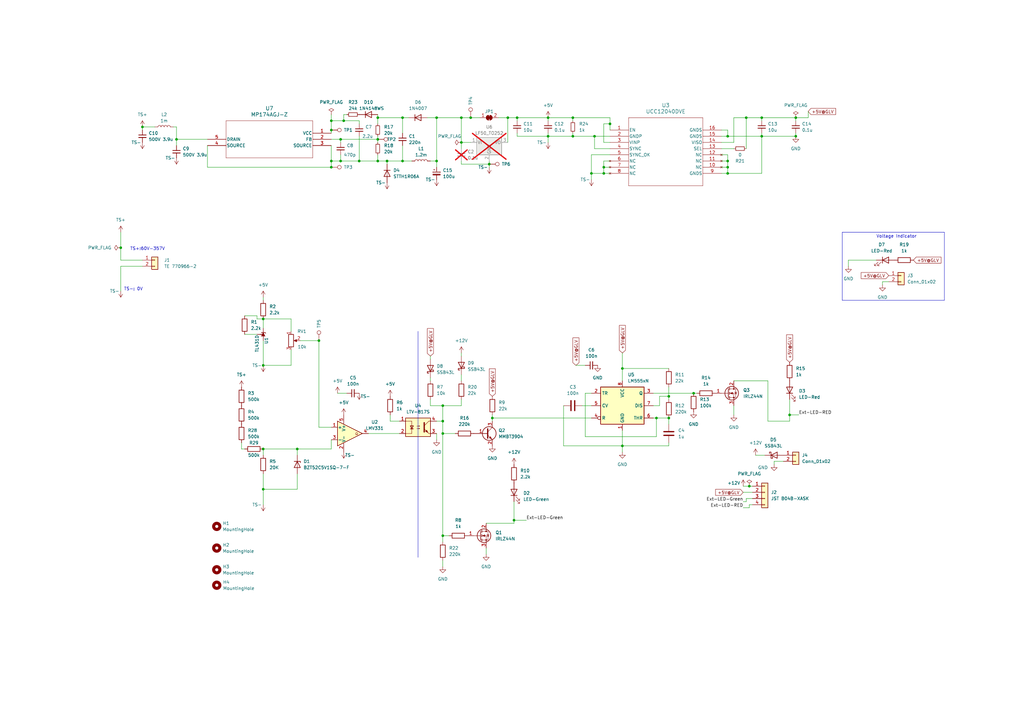
<source format=kicad_sch>
(kicad_sch (version 20230121) (generator eeschema)
  (paper "A3")
  (title_block (title "STM32F103 Reference Breakout Board") (date "2022-07-06") (rev "1") (company "Bronco Racing"))
  (junction (at 189.23 58.42))
  (junction (at 140.97 49.53))
  (junction (at 107.95 184.15))
  (junction (at 135.89 53.34))
  (junction (at 179.07 66.04))
  (junction (at 181.61 219.71))
  (junction (at 224.79 55.88))
  (junction (at 269.24 171.45))
  (junction (at 255.27 182.88))
  (junction (at 274.32 162.56))
  (junction (at 243.84 55.88))
  (junction (at 247.65 68.58))
  (junction (at 326.39 55.88))
  (junction (at 107.95 200.66))
  (junction (at 323.85 170.18))
  (junction (at 139.7 57.15))
  (junction (at 224.79 48.26))
  (junction (at 58.42 52.07))
  (junction (at 312.42 55.88))
  (junction (at 193.04 48.26))
  (junction (at 130.81 139.7))
  (junction (at 154.94 48.26))
  (junction (at 298.45 55.88))
  (junction (at 181.61 177.8))
  (junction (at 210.82 213.36))
  (junction (at 250.19 50.8))
  (junction (at 179.07 48.26))
  (junction (at 147.32 66.04))
  (junction (at 274.32 171.45))
  (junction (at 298.45 68.58))
  (junction (at 49.53 101.6))
  (junction (at 247.65 71.12))
  (junction (at 200.66 67.31))
  (junction (at 135.89 68.58))
  (junction (at 72.39 57.15))
  (junction (at 121.92 184.15))
  (junction (at 307.34 199.39))
  (junction (at 255.27 151.13))
  (junction (at 242.57 71.12))
  (junction (at 284.48 161.29))
  (junction (at 201.93 171.45))
  (junction (at 181.61 172.72))
  (junction (at 181.61 166.37))
  (junction (at 312.42 48.26))
  (junction (at 326.39 48.26))
  (junction (at 208.28 48.26))
  (junction (at 234.95 48.26))
  (junction (at 139.7 66.04))
  (junction (at 165.1 48.26))
  (junction (at 107.95 130.81))
  (junction (at 189.23 48.26))
  (junction (at 158.75 66.04))
  (junction (at 135.89 49.53))
  (junction (at 298.45 71.12))
  (junction (at 135.89 66.04))
  (junction (at 154.94 66.04))
  (junction (at 107.95 149.86))
  (junction (at 298.45 66.04))
  (junction (at 212.09 48.26))
  (junction (at 154.94 57.15))
  (junction (at 306.07 48.26))
  (junction (at 234.95 55.88))
  (junction (at 165.1 66.04))
  (wire (pts (xy 269.24 179.07) (xy 240.03 179.07)))
  (wire (pts (xy 107.95 194.31) (xy 107.95 200.66)))
  (wire (pts (xy 135.89 66.04) (xy 139.7 66.04)))
  (wire (pts (xy 234.95 54.61) (xy 234.95 55.88)))
  (wire (pts (xy 247.65 71.12) (xy 250.19 71.12)))
  (wire (pts (xy 147.32 66.04) (xy 154.94 66.04)))
  (wire (pts (xy 123.19 139.7) (xy 130.81 139.7)))
  (wire (pts (xy 58.42 52.07) (xy 63.5 52.07)))
  (wire (pts (xy 306.07 48.26) (xy 300.99 48.26)))
  (wire (pts (xy 312.42 48.26) (xy 312.42 49.53)))
  (wire (pts (xy 300.99 166.37) (xy 300.99 170.18)))
  (wire (pts (xy 298.45 66.04) (xy 295.91 66.04)))
  (wire (pts (xy 179.07 68.58) (xy 179.07 66.04)))
  (wire (pts (xy 107.95 200.66) (xy 107.95 207.01)))
  (wire (pts (xy 201.93 171.45) (xy 242.57 171.45)))
  (wire (pts (xy 300.99 48.26) (xy 300.99 58.42)))
  (wire (pts (xy 347.98 106.68) (xy 347.98 109.22)))
  (wire (pts (xy 130.81 175.26) (xy 135.89 175.26)))
  (wire (pts (xy 189.23 58.42) (xy 189.23 60.96)))
  (wire (pts (xy 274.32 173.99) (xy 274.32 171.45)))
  (wire (pts (xy 135.89 49.53) (xy 140.97 49.53)))
  (wire (pts (xy 234.95 48.26) (xy 250.19 48.26)))
  (wire (pts (xy 107.95 184.15) (xy 107.95 186.69)))
  (wire (pts (xy 107.95 139.7) (xy 107.95 149.86)))
  (wire (pts (xy 99.06 184.15) (xy 99.06 181.61)))
  (wire (pts (xy 314.96 172.72) (xy 314.96 156.21)))
  (wire (pts (xy 189.23 66.04) (xy 189.23 67.31)))
  (wire (pts (xy 107.95 130.81) (xy 119.38 130.81)))
  (wire (pts (xy 154.94 50.8) (xy 154.94 48.26)))
  (wire (pts (xy 247.65 68.58) (xy 247.65 66.04)))
  (wire (pts (xy 224.79 48.26) (xy 224.79 49.53)))
  (wire (pts (xy 199.39 227.33) (xy 199.39 224.79)))
  (wire (pts (xy 49.53 101.6) (xy 49.53 106.68)))
  (wire (pts (xy 154.94 57.15) (xy 154.94 58.42)))
  (wire (pts (xy 142.24 46.99) (xy 140.97 46.99)))
  (wire (pts (xy 49.53 109.22) (xy 49.53 119.38)))
  (wire (pts (xy 154.94 48.26) (xy 165.1 48.26)))
  (wire (pts (xy 361.95 115.57) (xy 361.95 116.84)))
  (wire (pts (xy 179.07 48.26) (xy 175.26 48.26)))
  (wire (pts (xy 147.32 49.53) (xy 147.32 50.8)))
  (wire (pts (xy 317.5 190.5) (xy 317.5 189.23)))
  (wire (pts (xy 181.61 229.87) (xy 181.61 232.41)))
  (wire (pts (xy 274.32 182.88) (xy 274.32 181.61)))
  (wire (pts (xy 105.41 130.81) (xy 107.95 130.81)))
  (wire (pts (xy 135.89 184.15) (xy 135.89 180.34)))
  (wire (pts (xy 243.84 55.88) (xy 250.19 55.88)))
  (wire (pts (xy 154.94 63.5) (xy 154.94 66.04)))
  (wire (pts (xy 181.61 177.8) (xy 186.69 177.8)))
  (wire (pts (xy 326.39 48.26) (xy 331.47 48.26)))
  (wire (pts (xy 240.03 161.29) (xy 240.03 179.07)))
  (wire (pts (xy 250.19 63.5) (xy 242.57 63.5)))
  (wire (pts (xy 204.47 48.26) (xy 208.28 48.26)))
  (wire (pts (xy 234.95 55.88) (xy 243.84 55.88)))
  (wire (pts (xy 49.53 95.25) (xy 49.53 101.6)))
  (wire (pts (xy 247.65 66.04) (xy 250.19 66.04)))
  (wire (pts (xy 298.45 68.58) (xy 295.91 68.58)))
  (wire (pts (xy 298.45 55.88) (xy 312.42 55.88)))
  (wire (pts (xy 267.97 171.45) (xy 269.24 171.45)))
  (wire (pts (xy 135.89 53.34) (xy 135.89 54.61)))
  (wire (pts (xy 210.82 205.74) (xy 210.82 213.36)))
  (wire (pts (xy 243.84 60.96) (xy 243.84 55.88)))
  (wire (pts (xy 323.85 163.83) (xy 323.85 170.18)))
  (wire (pts (xy 200.66 67.31) (xy 200.66 66.04)))
  (wire (pts (xy 238.76 166.37) (xy 242.57 166.37)))
  (wire (pts (xy 135.89 46.99) (xy 135.89 49.53)))
  (wire (pts (xy 250.19 60.96) (xy 243.84 60.96)))
  (wire (pts (xy 247.65 71.12) (xy 247.65 68.58)))
  (wire (pts (xy 165.1 59.69) (xy 165.1 66.04)))
  (wire (pts (xy 179.07 172.72) (xy 181.61 172.72)))
  (wire (pts (xy 189.23 144.78) (xy 189.23 146.05)))
  (wire (pts (xy 247.65 58.42) (xy 247.65 50.8)))
  (wire (pts (xy 176.53 66.04) (xy 179.07 66.04)))
  (wire (pts (xy 160.02 172.72) (xy 163.83 172.72)))
  (wire (pts (xy 189.23 67.31) (xy 200.66 67.31)))
  (wire (pts (xy 224.79 48.26) (xy 234.95 48.26)))
  (wire (pts (xy 154.94 46.99) (xy 154.94 48.26)))
  (wire (pts (xy 250.19 48.26) (xy 250.19 50.8)))
  (wire (pts (xy 309.88 186.69) (xy 313.69 186.69)))
  (wire (pts (xy 200.66 68.58) (xy 200.66 67.31)))
  (wire (pts (xy 307.34 208.28) (xy 304.8 208.28)))
  (wire (pts (xy 212.09 48.26) (xy 224.79 48.26)))
  (wire (pts (xy 85.09 68.58) (xy 85.09 59.69)))
  (wire (pts (xy 326.39 48.26) (xy 312.42 48.26)))
  (wire (pts (xy 107.95 149.86) (xy 119.38 149.86)))
  (wire (pts (xy 139.7 58.42) (xy 139.7 57.15)))
  (wire (pts (xy 255.27 182.88) (xy 255.27 185.42)))
  (wire (pts (xy 270.51 166.37) (xy 270.51 162.56)))
  (wire (pts (xy 107.95 121.92) (xy 107.95 123.19)))
  (wire (pts (xy 323.85 170.18) (xy 327.66 170.18)))
  (wire (pts (xy 224.79 55.88) (xy 224.79 58.42)))
  (wire (pts (xy 130.81 139.7) (xy 130.81 175.26)))
  (wire (pts (xy 314.96 156.21) (xy 300.99 156.21)))
  (wire (pts (xy 298.45 63.5) (xy 295.91 63.5)))
  (wire (pts (xy 158.75 67.31) (xy 158.75 66.04)))
  (wire (pts (xy 306.07 205.74) (xy 304.8 205.74)))
  (wire (pts (xy 267.97 166.37) (xy 270.51 166.37)))
  (wire (pts (xy 154.94 55.88) (xy 154.94 57.15)))
  (wire (pts (xy 298.45 71.12) (xy 298.45 68.58)))
  (wire (pts (xy 224.79 55.88) (xy 224.79 54.61)))
  (wire (pts (xy 306.07 48.26) (xy 306.07 60.96)))
  (wire (pts (xy 307.34 199.39) (xy 308.61 199.39)))
  (wire (pts (xy 140.97 46.99) (xy 140.97 49.53)))
  (wire (pts (xy 201.93 170.18) (xy 201.93 171.45)))
  (wire (pts (xy 208.28 48.26) (xy 208.28 58.42)))
  (wire (pts (xy 210.82 213.36) (xy 215.9 213.36)))
  (wire (pts (xy 189.23 48.26) (xy 193.04 48.26)))
  (wire (pts (xy 138.43 161.29) (xy 142.24 161.29)))
  (wire (pts (xy 189.23 48.26) (xy 189.23 58.42)))
  (wire (pts (xy 295.91 60.96) (xy 300.99 60.96)))
  (wire (pts (xy 298.45 71.12) (xy 312.42 71.12)))
  (wire (pts (xy 147.32 55.88) (xy 147.32 66.04)))
  (wire (pts (xy 326.39 49.53) (xy 326.39 48.26)))
  (wire (pts (xy 255.27 176.53) (xy 255.27 182.88)))
  (wire (pts (xy 165.1 48.26) (xy 167.64 48.26)))
  (wire (pts (xy 304.8 199.39) (xy 307.34 199.39)))
  (wire (pts (xy 176.53 156.21) (xy 176.53 154.94)))
  (wire (pts (xy 250.19 50.8) (xy 250.19 53.34)))
  (wire (pts (xy 208.28 48.26) (xy 212.09 48.26)))
  (wire (pts (xy 295.91 55.88) (xy 298.45 55.88)))
  (wire (pts (xy 189.23 153.67) (xy 189.23 156.21)))
  (wire (pts (xy 308.61 204.47) (xy 306.07 204.47)))
  (wire (pts (xy 364.49 115.57) (xy 361.95 115.57)))
  (wire (pts (xy 255.27 151.13) (xy 274.32 151.13)))
  (wire (pts (xy 304.8 201.93) (xy 308.61 201.93)))
  (wire (pts (xy 312.42 55.88) (xy 326.39 55.88)))
  (wire (pts (xy 323.85 172.72) (xy 314.96 172.72)))
  (wire (pts (xy 107.95 184.15) (xy 121.92 184.15)))
  (wire (pts (xy 326.39 54.61) (xy 326.39 55.88)))
  (wire (pts (xy 312.42 71.12) (xy 312.42 55.88)))
  (wire (pts (xy 119.38 130.81) (xy 119.38 135.89)))
  (wire (pts (xy 181.61 219.71) (xy 181.61 222.25)))
  (wire (pts (xy 331.47 45.72) (xy 331.47 48.26)))
  (wire (pts (xy 308.61 207.01) (xy 307.34 207.01)))
  (wire (pts (xy 212.09 48.26) (xy 212.09 49.53)))
  (wire (pts (xy 199.39 214.63) (xy 210.82 214.63)))
  (wire (pts (xy 236.22 149.86) (xy 240.03 149.86)))
  (wire (pts (xy 140.97 49.53) (xy 147.32 49.53)))
  (wire (pts (xy 107.95 130.81) (xy 107.95 134.62)))
  (wire (pts (xy 139.7 57.15) (xy 154.94 57.15)))
  (wire (pts (xy 58.42 109.22) (xy 49.53 109.22)))
  (wire (pts (xy 100.33 129.54) (xy 105.41 129.54)))
  (wire (pts (xy 298.45 68.58) (xy 298.45 66.04)))
  (wire (pts (xy 121.92 184.15) (xy 135.89 184.15)))
  (wire (pts (xy 107.95 200.66) (xy 121.92 200.66)))
  (wire (pts (xy 242.57 73.66) (xy 242.57 71.12)))
  (wire (pts (xy 135.89 59.69) (xy 135.89 66.04)))
  (wire (pts (xy 306.07 204.47) (xy 306.07 205.74)))
  (wire (pts (xy 179.07 48.26) (xy 189.23 48.26)))
  (wire (pts (xy 189.23 163.83) (xy 189.23 166.37)))
  (wire (pts (xy 176.53 166.37) (xy 176.53 163.83)))
  (wire (pts (xy 72.39 52.07) (xy 71.12 52.07)))
  (wire (pts (xy 100.33 184.15) (xy 99.06 184.15)))
  (wire (pts (xy 255.27 182.88) (xy 274.32 182.88)))
  (wire (pts (xy 347.98 106.68) (xy 359.41 106.68)))
  (wire (pts (xy 274.32 162.56) (xy 274.32 163.83)))
  (wire (pts (xy 135.89 68.58) (xy 135.89 66.04)))
  (wire (pts (xy 312.42 55.88) (xy 312.42 54.61)))
  (wire (pts (xy 231.14 166.37) (xy 231.14 182.88)))
  (wire (pts (xy 210.82 213.36) (xy 210.82 214.63)))
  (wire (pts (xy 181.61 177.8) (xy 181.61 172.72)))
  (wire (pts (xy 298.45 66.04) (xy 298.45 63.5)))
  (wire (pts (xy 181.61 166.37) (xy 176.53 166.37)))
  (wire (pts (xy 323.85 170.18) (xy 323.85 172.72)))
  (wire (pts (xy 269.24 171.45) (xy 269.24 179.07)))
  (wire (pts (xy 139.7 66.04) (xy 139.7 63.5)))
  (wire (pts (xy 240.03 161.29) (xy 242.57 161.29)))
  (wire (pts (xy 298.45 53.34) (xy 298.45 55.88)))
  (wire (pts (xy 135.89 49.53) (xy 135.89 53.34)))
  (wire (pts (xy 224.79 55.88) (xy 234.95 55.88)))
  (wire (pts (xy 255.27 151.13) (xy 255.27 156.21)))
  (wire (pts (xy 307.34 207.01) (xy 307.34 208.28)))
  (wire (pts (xy 165.1 66.04) (xy 158.75 66.04)))
  (wire (pts (xy 247.65 68.58) (xy 250.19 68.58)))
  (wire (pts (xy 181.61 219.71) (xy 184.15 219.71)))
  (wire (pts (xy 121.92 194.31) (xy 121.92 200.66)))
  (polyline (pts (xy 171.45 135.89) (xy 171.45 228.6)))
  (wire (pts (xy 247.65 50.8) (xy 250.19 50.8)))
  (wire (pts (xy 72.39 52.07) (xy 72.39 57.15)))
  (wire (pts (xy 317.5 189.23) (xy 321.31 189.23)))
  (wire (pts (xy 242.57 63.5) (xy 242.57 71.12)))
  (wire (pts (xy 267.97 161.29) (xy 284.48 161.29)))
  (wire (pts (xy 179.07 66.04) (xy 179.07 48.26)))
  (wire (pts (xy 100.33 137.16) (xy 105.41 137.16)))
  (wire (pts (xy 201.93 171.45) (xy 201.93 172.72)))
  (wire (pts (xy 179.07 177.8) (xy 179.07 180.34)))
  (wire (pts (xy 300.99 58.42) (xy 295.91 58.42)))
  (wire (pts (xy 181.61 177.8) (xy 181.61 219.71)))
  (wire (pts (xy 160.02 170.18) (xy 160.02 172.72)))
  (wire (pts (xy 72.39 57.15) (xy 85.09 57.15)))
  (wire (pts (xy 212.09 55.88) (xy 224.79 55.88)))
  (wire (pts (xy 269.24 171.45) (xy 274.32 171.45)))
  (wire (pts (xy 121.92 184.15) (xy 121.92 186.69)))
  (wire (pts (xy 270.51 162.56) (xy 274.32 162.56)))
  (wire (pts (xy 312.42 48.26) (xy 306.07 48.26)))
  (wire (pts (xy 154.94 66.04) (xy 158.75 66.04)))
  (wire (pts (xy 255.27 144.78) (xy 255.27 151.13)))
  (wire (pts (xy 58.42 53.34) (xy 58.42 52.07)))
  (wire (pts (xy 193.04 48.26) (xy 196.85 48.26)))
  (wire (pts (xy 119.38 143.51) (xy 119.38 149.86)))
  (wire (pts (xy 105.41 129.54) (xy 105.41 130.81)))
  (wire (pts (xy 284.48 161.29) (xy 285.75 161.29)))
  (wire (pts (xy 181.61 166.37) (xy 181.61 172.72)))
  (wire (pts (xy 212.09 55.88) (xy 212.09 54.61)))
  (wire (pts (xy 165.1 48.26) (xy 165.1 54.61)))
  (wire (pts (xy 176.53 147.32) (xy 176.53 146.05)))
  (wire (pts (xy 85.09 68.58) (xy 135.89 68.58)))
  (wire (pts (xy 72.39 57.15) (xy 72.39 59.69)))
  (wire (pts (xy 242.57 71.12) (xy 247.65 71.12)))
  (wire (pts (xy 189.23 166.37) (xy 181.61 166.37)))
  (wire (pts (xy 295.91 53.34) (xy 298.45 53.34)))
  (wire (pts (xy 189.23 58.42) (xy 193.04 58.42)))
  (wire (pts (xy 165.1 66.04) (xy 168.91 66.04)))
  (wire (pts (xy 49.53 106.68) (xy 58.42 106.68)))
  (wire (pts (xy 231.14 182.88) (xy 255.27 182.88)))
  (wire (pts (xy 151.13 177.8) (xy 163.83 177.8)))
  (wire (pts (xy 295.91 71.12) (xy 298.45 71.12)))
  (wire (pts (xy 139.7 66.04) (xy 147.32 66.04)))
  (wire (pts (xy 274.32 158.75) (xy 274.32 162.56)))
  (wire (pts (xy 250.19 58.42) (xy 247.65 58.42)))
  (wire (pts (xy 135.89 57.15) (xy 139.7 57.15)))
  (wire (pts (xy 234.95 48.26) (xy 234.95 49.53)))
  (rectangle (start 345.44 95.25) (end 387.35 123.19))
  (text "TS+:60V-357V" (at 53.34 102.87 0) (effects (font (size 1.27 1.27)) (justify left bottom)))
  (text "Voltage Indicator\n" (at 359.41 97.79 0) (effects (font (size 1.27 1.27)) (justify left bottom)))
  (text "TS-: 0V\n" (at 50.8 119.38 0) (effects (font (size 1.27 1.27)) (justify left bottom)))
  (label "Ext-LED-Green" (at 304.8 205.74 180))
  (label "Ext-LED-RED" (at 327.66 170.18 0))
  (label "Ext-LED-Green" (at 215.9 213.36 0))
  (label "Ext-LED-RED" (at 304.8 208.28 180))
  (global_label "+5V@GLV" (shape input) (at 255.27 144.78 90) (property "Intersheetrefs" "${INTERSHEET_REFS}" (effects hide)))
  (global_label "+5V@GLV" (shape input) (at 331.47 45.72 0) (property "Intersheetrefs" "${INTERSHEET_REFS}" (effects hide)))
  (global_label "+5V@GLV" (shape input) (at 176.53 146.05 90) (property "Intersheetrefs" "${INTERSHEET_REFS}" (effects hide)))
  (global_label "+5V@GLV" (shape input) (at 304.8 201.93 180) (property "Intersheetrefs" "${INTERSHEET_REFS}" (effects hide)))
  (global_label "+5V@GLV" (shape input) (at 364.49 113.03 180) (property "Intersheetrefs" "${INTERSHEET_REFS}" (effects hide)))
  (global_label "+5V@GLV" (shape input) (at 236.22 149.86 90) (property "Intersheetrefs" "${INTERSHEET_REFS}" (effects hide)))
  (global_label "+5V@GLV" (shape input) (at 201.93 162.56 90) (property "Intersheetrefs" "${INTERSHEET_REFS}" (effects hide)))
  (global_label "+5V@GLV" (shape input) (at 323.85 148.59 90) (property "Intersheetrefs" "${INTERSHEET_REFS}" (effects hide)))
  (global_label "+5V@GLV" (shape input) (at 374.65 106.68 0) (property "Intersheetrefs" "${INTERSHEET_REFS}" (effects hide)))
  (symbol (lib_id "Device:D_Zener") (at 121.92 190.5 270) (unit 1)
    (property "Reference" "D1" (at 124.46 189.2299 90) (effects (justify left)))
    (property "Value" "BZT52C5V1SQ-7-F" (at 124.46 191.7699 90) (effects (justify left)))
    (property "Footprint" "Diode_SMD:D_SOD-323F" (effects hide))
  )
  (symbol (lib_id "power:+5V") (at 160.02 162.56 0) (unit 1)
    (property "Reference" "#PWR011" (effects hide))
    (property "Value" "+5V" (at 160.02 157.48 0))
  )
  (symbol (lib_id "Device:R_Small") (at 303.53 60.96 90) (mirror x) (unit 1)
    (property "Reference" "R21" (at 303.53 66.04 90))
    (property "Value" "0" (at 303.53 63.5 90))
    (property "Footprint" "Resistor_SMD:R_0603_1608Metric" (effects hide))
  )
  (symbol (lib_id "power_symbols:TS+") (at 49.53 95.25 0) (unit 1)
    (property "Reference" "#PWR01" (effects hide))
    (property "Value" "TS+" (at 49.53 90.17 0))
  )
  (symbol (lib_id "power:+12V") (at 189.23 144.78 0) (unit 1)
    (property "Reference" "#PWR013" (effects hide))
    (property "Value" "+12V" (at 189.23 139.7 0))
  )
  (symbol (lib_id "Device:C_Polarized_Small") (at 179.07 71.12 0) (unit 1)
    (property "Reference" "C15" (at 181.61 69.85 0) (effects (justify left)))
    (property "Value" "100u" (at 181.61 72.39 0) (effects (justify left)))
    (property "Footprint" "Capacitor_SMD:CP_Elec_6.3x7.7" (effects hide))
  )
  (symbol (lib_id "power:+12V") (at 309.88 186.69 0) (unit 1)
    (property "Reference" "#PWR023" (effects hide))
    (property "Value" "+12V" (at 309.88 181.61 0))
  )
  (symbol (lib_id "Transistor_FET:IRLZ44N") (at 298.45 161.29 0) (unit 1)
    (property "Reference" "Q3" (at 304.8 160.0199 0) (effects (justify left)))
    (property "Value" "IRLZ44N" (at 304.8 162.5599 0) (effects (justify left)))
    (property "Footprint" "IRLZ44NSTRLPBF:NMOSGDS_D2PAK_INF" (effects hide))
    (property "Datasheet" "http://www.irf.com/product-info/datasheets/data/irlz44n.pdf" (effects hide))
  )
  (symbol (lib_id "Regulator_Linear:LF50_TO252") (at 200.66 58.42 0) (unit 1) (dnp yes)
    (property "Reference" "U6" (at 200.66 52.07 0))
    (property "Value" "LF50_TO252" (at 200.66 54.61 0))
    (property "Footprint" "Package_TO_SOT_SMD:TO-252-2" (effects hide))
    (property "Datasheet" "http://www.st.com/content/ccc/resource/technical/document/datasheet/c4/0e/7e/2a/be/bc/4c/bd/CD00000546.pdf/files/CD00000546.pdf/jcr:content/translations/en.CD00000546.pdf" (effects hide))
  )
  (symbol (lib_id "power:PWR_FLAG") (at 135.89 46.99 0) (unit 1)
    (property "Reference" "#FLG04" (effects hide))
    (property "Value" "PWR_FLAG" (at 135.89 41.91 0))
  )
  (symbol (lib_id "Device:R") (at 370.84 106.68 90) (unit 1)
    (property "Reference" "R19" (at 370.84 100.33 90))
    (property "Value" "1k" (at 370.84 102.87 90))
    (property "Footprint" "Resistor_SMD:R_0603_1608Metric" (effects hide))
  )
  (symbol (lib_id "power:GND") (at 284.48 168.91 0) (unit 1)
    (property "Reference" "#PWR024" (effects hide))
    (property "Value" "GND" (at 284.48 173.99 0))
  )
  (symbol (lib_id "Device:C_Small") (at 242.57 149.86 90) (unit 1)
    (property "Reference" "C6" (at 242.5763 143.51 90))
    (property "Value" "100n" (at 242.5763 146.05 90))
    (property "Footprint" "Capacitor_SMD:C_0603_1608Metric" (effects hide))
  )
  (symbol (lib_id "Device:D_Schottky") (at 176.53 151.13 90) (unit 1)
    (property "Reference" "D8" (at 179.07 150.1775 90) (effects (justify right)))
    (property "Value" "SSB43L" (at 179.07 152.7175 90) (effects (justify right)))
    (property "Footprint" "Diode_SMD:D_SMB" (effects hide))
  )
  (symbol (lib_id "power:+5V") (at 107.95 121.92 0) (unit 1)
    (property "Reference" "#PWR03" (effects hide))
    (property "Value" "+5V" (at 107.95 116.84 0))
  )
  (symbol (lib_id "power_symbols:TS+") (at 99.06 158.75 0) (unit 1)
    (property "Reference" "#PWR05" (effects hide))
    (property "Value" "TS+" (at 99.06 153.67 0))
  )
  (symbol (lib_id "Device:R") (at 189.23 160.02 0) (unit 1)
    (property "Reference" "R20" (at 191.77 158.75 0) (effects (justify left)))
    (property "Value" "22k" (at 191.77 161.29 0) (effects (justify left)))
    (property "Footprint" "Resistor_SMD:R_0603_1608Metric" (effects hide))
  )
  (symbol (lib_id "power:GND") (at 245.11 149.86 0) (unit 1)
    (property "Reference" "#PWR0102" (effects hide))
    (property "Value" "GND" (at 245.11 154.94 0))
  )
  (symbol (lib_id "Device:R") (at 176.53 160.02 0) (unit 1)
    (property "Reference" "R7" (at 179.07 158.75 0) (effects (justify left)))
    (property "Value" "10k" (at 179.07 161.29 0) (effects (justify left)))
    (property "Footprint" "Resistor_SMD:R_0603_1608Metric" (effects hide))
  )
  (symbol (lib_id "Device:D") (at 158.75 71.12 270) (unit 1)
    (property "Reference" "D4" (at 161.29 69.85 90) (effects (justify left)))
    (property "Value" "STTH1R06A" (at 161.29 72.39 90) (effects (justify left)))
    (property "Footprint" "Diode_SMD:D_SMA" (effects hide))
    (property "Sim.Device" "D" (effects hide))
    (property "Sim.Pins" "1=K 2=A" (effects hide))
  )
  (symbol (lib_id "Device:R") (at 284.48 165.1 180) (unit 1)
    (property "Reference" "R13" (at 287.02 163.8299 0) (effects (justify right)))
    (property "Value" "100k" (at 287.02 166.3699 0) (effects (justify right)))
    (property "Footprint" "Resistor_SMD:R_0603_1608Metric" (effects hide))
  )
  (symbol (lib_id "power:GND") (at 179.07 180.34 0) (unit 1)
    (property "Reference" "#PWR030" (effects hide))
    (property "Value" "GND" (at 179.07 185.42 0))
  )
  (symbol (lib_id "power:GND") (at 317.5 190.5 0) (unit 1)
    (property "Reference" "#PWR020" (effects hide))
    (property "Value" "GND" (at 314.96 191.77 0) (effects (justify right)))
  )
  (symbol (lib_id "Device:R") (at 190.5 177.8 90) (unit 1)
    (property "Reference" "R16" (at 190.5 171.45 90))
    (property "Value" "220k" (at 190.5 173.99 90))
    (property "Footprint" "Resistor_SMD:R_0603_1608Metric" (effects hide))
  )
  (symbol (lib_id "Device:C_Small") (at 224.79 52.07 0) (unit 1)
    (property "Reference" "C12" (at 227.33 50.8063 0) (effects (justify left)))
    (property "Value" "0.1u" (at 227.33 53.3463 0) (effects (justify left)))
    (property "Footprint" "Capacitor_SMD:C_0603_1608Metric" (effects hide))
  )
  (symbol (lib_id "Device:C") (at 274.32 177.8 180) (unit 1)
    (property "Reference" "C4" (at 278.13 176.53 0) (effects (justify right)))
    (property "Value" "1u" (at 278.13 179.07 0) (effects (justify right)))
    (property "Footprint" "Capacitor_SMD:C_0603_1608Metric" (effects hide))
  )
  (symbol (lib_id "Device:D") (at 151.13 46.99 0) (unit 1)
    (property "Reference" "D10" (at 151.13 41.91 0))
    (property "Value" "1N4148WS" (at 152.4 44.45 0))
    (property "Footprint" "Diode_SMD:D_SOD-123" (effects hide))
    (property "Sim.Device" "D" (effects hide))
    (property "Sim.Pins" "1=K 2=A" (effects hide))
  )
  (symbol (lib_id "Device:R") (at 107.95 127 0) (unit 1)
    (property "Reference" "R2" (at 110.49 125.7299 0) (effects (justify left)))
    (property "Value" "2.2k" (at 110.49 128.2699 0) (effects (justify left)))
    (property "Footprint" "Resistor_SMD:R_0603_1608Metric" (effects hide))
  )
  (symbol (lib_id "Device:R_Small") (at 154.94 53.34 0) (unit 1)
    (property "Reference" "R17" (at 157.48 52.07 0) (effects (justify left)))
    (property "Value" "20k" (at 157.48 54.61 0) (effects (justify left)))
    (property "Footprint" "Resistor_SMD:R_0603_1608Metric" (effects hide))
  )
  (symbol (lib_id "power_symbols:TS-") (at 72.39 64.77 0) (unit 1)
    (property "Reference" "#PWR08" (effects hide))
    (property "Value" "TS-" (at 69.85 64.77 0))
  )
  (symbol (lib_id "Mechanical:MountingHole") (at 88.9 233.68 0) (unit 1)
    (property "Reference" "H3" (at 92.71 232.41 0))
    (property "Value" "MountingHole" (at 97.79 234.95 0))
    (property "Footprint" "MountingHole:MountingHole_3.2mm_M3" (effects hide))
  )
  (symbol (lib_id "Connector:TestPoint") (at 200.66 67.31 270) (unit 1)
    (property "Reference" "TP6" (at 205.74 67.31 90) (effects (justify left)))
    (property "Value" "TestPoint" (effects hide))
    (property "Footprint" "TestPoint:TestPoint_Keystone_5019_Minature" (effects hide))
  )
  (symbol (lib_id "power:GND") (at 347.98 109.22 0) (unit 1)
    (property "Reference" "#PWR027" (effects hide))
    (property "Value" "GND" (at 347.98 114.3 0))
  )
  (symbol (lib_id "2023-11-19_21-51-37:UCC12040DVE") (at 250.19 53.34 0) (unit 1)
    (property "Reference" "U3" (at 273.05 43.18 0) (effects (font (size 1.524 1.524))))
    (property "Value" "UCC12040DVE" (at 273.05 45.72 0) (effects (font (size 1.524 1.524))))
    (property "Footprint" "footprints:SO_0DVER_TEX" (effects hide))
    (property "Datasheet" "UCC12040DVE" (effects hide))
  )
  (symbol (lib_id "Device:R") (at 100.33 133.35 0) (unit 1)
    (property "Reference" "R1" (at 102.87 132.0799 0) (effects (justify left)))
    (property "Value" "2.2k" (at 102.87 134.6199 0) (effects (justify left)))
    (property "Footprint" "Resistor_SMD:R_0603_1608Metric" (effects hide))
  )
  (symbol (lib_id "Device:C_Small") (at 326.39 52.07 0) (unit 1)
    (property "Reference" "C14" (at 328.93 50.8063 0) (effects (justify left)))
    (property "Value" "0.1u" (at 328.93 53.3463 0) (effects (justify left)))
    (property "Footprint" "Capacitor_SMD:C_0603_1608Metric" (effects hide))
  )
  (symbol (lib_id "power:+12V") (at 210.82 190.5 0) (unit 1)
    (property "Reference" "#PWR019" (effects hide))
    (property "Value" "+12V" (at 210.82 185.42 0))
  )
  (symbol (lib_id "Timer:LM555xN") (at 255.27 166.37 0) (unit 1)
    (property "Reference" "U5" (at 257.4641 153.67 0) (effects (justify left)))
    (property "Value" "LM555xN" (at 257.4641 156.21 0) (effects (justify left)))
    (property "Footprint" "footprints 555:M08A-L" (effects hide))
    (property "Datasheet" "http://www.ti.com/lit/ds/symlink/lm555.pdf" (effects hide))
  )
  (symbol (lib_id "Device:R") (at 274.32 154.94 0) (unit 1)
    (property "Reference" "R11" (at 276.86 153.6699 0) (effects (justify left)))
    (property "Value" "22k" (at 276.86 156.2099 0) (effects (justify left)))
    (property "Footprint" "Resistor_SMD:R_0603_1608Metric" (effects hide))
  )
  (symbol (lib_id "power:PWR_FLAG") (at 307.34 199.39 0) (unit 1)
    (property "Reference" "#FLG02" (effects hide))
    (property "Value" "PWR_FLAG" (at 307.34 194.31 0))
  )
  (symbol (lib_id "Device:R") (at 187.96 219.71 90) (unit 1)
    (property "Reference" "R8" (at 187.96 213.36 90))
    (property "Value" "1k" (at 187.96 215.9 90))
    (property "Footprint" "Resistor_SMD:R_0603_1608Metric" (effects hide))
  )
  (symbol (lib_id "power_symbols:TS-") (at 224.79 58.42 0) (unit 1)
    (property "Reference" "#PWR021" (effects hide))
    (property "Value" "TS-" (at 222.25 58.42 0))
  )
  (symbol (lib_id "Device:C") (at 234.95 166.37 90) (unit 1)
    (property "Reference" "C3" (at 234.95 158.75 90))
    (property "Value" "100n" (at 234.95 161.29 90))
    (property "Footprint" "Capacitor_SMD:C_0603_1608Metric" (effects hide))
  )
  (symbol (lib_id "Connector:TestPoint") (at 130.81 139.7 0) (unit 1)
    (property "Reference" "TP5" (at 130.81 134.62 90) (effects (justify left)))
    (property "Value" "TestPoint" (effects hide))
    (property "Footprint" "TestPoint:TestPoint_Keystone_5019_Minature" (effects hide))
  )
  (symbol (lib_id "power:+12V") (at 304.8 199.39 0) (unit 1)
    (property "Reference" "#PWR029" (effects hide))
    (property "Value" "+12V" (at 300.99 198.12 0))
  )
  (symbol (lib_id "power_symbols:TS-") (at 242.57 73.66 0) (unit 1)
    (property "Reference" "#PWR016" (effects hide))
    (property "Value" "TS-" (at 240.03 73.66 0))
  )
  (symbol (lib_id "Device:R") (at 99.06 170.18 0) (unit 1)
    (property "Reference" "R4" (at 101.6 168.9099 0) (effects (justify left)))
    (property "Value" "500k" (at 101.6 171.4499 0) (effects (justify left)))
    (property "Footprint" "Resistor_SMD:R_1206_3216Metric" (effects hide))
  )
  (symbol (lib_id "Isolator:LTV-817S") (at 171.45 175.26 0) (unit 1)
    (property "Reference" "U4" (at 171.45 166.37 0))
    (property "Value" "LTV-817S" (at 171.45 168.91 0))
    (property "Footprint" "Package_DIP:SMDIP-4_W9.53mm" (effects hide))
    (property "Datasheet" "http://www.us.liteon.com/downloads/LTV-817-827-847.PDF" (effects hide))
  )
  (symbol (lib_id "Device:C_Small") (at 312.42 52.07 0) (unit 1)
    (property "Reference" "C13" (at 314.96 50.8063 0) (effects (justify left)))
    (property "Value" "10u" (at 314.96 53.3463 0) (effects (justify left)))
    (property "Footprint" "Capacitor_SMD:C_0603_1608Metric" (effects hide))
  )
  (symbol (lib_id "Transistor_BJT:MMBT3904") (at 199.39 177.8 0) (unit 1)
    (property "Reference" "Q2" (at 204.47 176.5299 0) (effects (justify left)))
    (property "Value" "MMBT3904" (at 204.47 179.0699 0) (effects (justify left)))
    (property "Footprint" "Package_TO_SOT_SMD:SOT-23" (effects hide))
    (property "Datasheet" "https://www.onsemi.com/pdf/datasheet/pzt3904-d.pdf" (effects hide))
  )
  (symbol (lib_id "power:GND") (at 255.27 185.42 0) (unit 1)
    (property "Reference" "#PWR022" (effects hide))
    (property "Value" "GND" (at 255.27 190.5 0))
  )
  (symbol (lib_id "Transistor_FET:IRLZ44N") (at 196.85 219.71 0) (unit 1)
    (property "Reference" "Q1" (at 203.2 218.4399 0) (effects (justify left)))
    (property "Value" "IRLZ44N" (at 203.2 220.9799 0) (effects (justify left)))
    (property "Footprint" "IRLZ44NSTRLPBF:NMOSGDS_D2PAK_INF" (effects hide))
    (property "Datasheet" "http://www.irf.com/product-info/datasheets/data/irlz44n.pdf" (effects hide))
  )
  (symbol (lib_id "Device:R") (at 181.61 226.06 180) (unit 1)
    (property "Reference" "R22" (at 184.15 224.79 0) (effects (justify right)))
    (property "Value" "220k" (at 184.15 227.33 0) (effects (justify right)))
    (property "Footprint" "Resistor_SMD:R_0603_1608Metric" (effects hide))
  )
  (symbol (lib_id "Device:D_Schottky") (at 317.5 186.69 0) (unit 1)
    (property "Reference" "D5" (at 317.1825 180.34 0))
    (property "Value" "SSB43L" (at 317.1825 182.88 0))
    (property "Footprint" "Diode_SMD:D_SMB" (effects hide))
  )
  (symbol (lib_id "Device:R") (at 160.02 166.37 0) (unit 1)
    (property "Reference" "R6" (at 162.56 165.1 0) (effects (justify left)))
    (property "Value" "1k" (at 162.56 167.64 0) (effects (justify left)))
    (property "Footprint" "Resistor_SMD:R_0603_1608Metric" (effects hide))
  )
  (symbol (lib_id "power_symbols:TS-") (at 179.07 73.66 0) (unit 1)
    (property "Reference" "#PWR010" (effects hide))
    (property "Value" "TS-" (at 176.53 73.66 0))
  )
  (symbol (lib_id "power_symbols:TS+") (at 58.42 52.07 0) (unit 1)
    (property "Reference" "#PWR014" (effects hide))
    (property "Value" "TS+" (at 58.42 46.99 0))
  )
  (symbol (lib_id "Comparator:LMV331") (at 143.51 177.8 0) (unit 1)
    (property "Reference" "U2" (at 153.67 173.101 0))
    (property "Value" "LMV331" (at 153.67 175.641 0))
    (property "Footprint" "Package_TO_SOT_SMD:SOT-23-5" (effects hide))
    (property "Datasheet" "http://www.ti.com/lit/ds/symlink/lmv331.pdf" (effects hide))
  )
  (symbol (lib_id "Device:C_Small") (at 144.78 161.29 90) (unit 1)
    (property "Reference" "C5" (at 144.7863 154.94 90))
    (property "Value" "100n" (at 144.7863 157.48 90))
    (property "Footprint" "Capacitor_SMD:C_0603_1608Metric" (effects hide))
  )
  (symbol (lib_id "Device:L") (at 172.72 66.04 90) (unit 1)
    (property "Reference" "L1" (at 172.72 60.96 90))
    (property "Value" "1.2m" (at 172.72 63.5 90))
    (property "Footprint" "Inductor_SMD:L_12x12mm_H8mm" (effects hide))
  )
  (symbol (lib_id "Device:L") (at 67.31 52.07 90) (unit 1)
    (property "Reference" "L2" (at 67.31 46.99 90))
    (property "Value" "1m" (at 67.31 49.53 90))
    (property "Footprint" "Inductor_SMD:L_1008_2520Metric" (effects hide))
  )
  (symbol (lib_id "Device:R") (at 289.56 161.29 90) (unit 1)
    (property "Reference" "R14" (at 289.56 154.94 90))
    (property "Value" "1k" (at 289.56 157.48 90))
    (property "Footprint" "Resistor_SMD:R_0603_1608Metric" (effects hide))
  )
  (symbol (lib_id "Connector_Generic:Conn_01x02") (at 326.39 186.69 0) (unit 1)
    (property "Reference" "J4" (at 328.93 186.69 0) (effects (justify left)))
    (property "Value" "Conn_01x02" (at 328.93 189.23 0) (effects (justify left)))
    (property "Footprint" "Connector_TE-Connectivity:TE_MATE-N-LOK_1-770966-x_1x02_P4.14mm_Horizontal" (effects hide))
  )
  (symbol (lib_id "Device:R") (at 99.06 162.56 0) (unit 1)
    (property "Reference" "R3" (at 101.6 161.2899 0) (effects (justify left)))
    (property "Value" "500k" (at 101.6 163.8299 0) (effects (justify left)))
    (property "Footprint" "Resistor_SMD:R_1206_3216Metric" (effects hide))
  )
  (symbol (lib_id "Device:R") (at 323.85 152.4 180) (unit 1)
    (property "Reference" "R15" (at 326.39 151.13 0) (effects (justify right)))
    (property "Value" "1k" (at 326.39 153.67 0) (effects (justify right)))
    (property "Footprint" "Resistor_SMD:R_0603_1608Metric" (effects hide))
  )
  (symbol (lib_id "power:+5V") (at 140.97 170.18 0) (unit 1)
    (property "Reference" "#PWR07" (effects hide))
    (property "Value" "+5V" (at 140.97 165.1 0))
  )
  (symbol (lib_id "power:+5V") (at 138.43 161.29 0) (unit 1)
    (property "Reference" "#PWR0101" (effects hide))
    (property "Value" "+5V" (at 138.43 156.21 0))
  )
  (symbol (lib_id "Device:R_Small") (at 144.78 46.99 90) (unit 1)
    (property "Reference" "R23" (at 144.78 41.91 90))
    (property "Value" "24k" (at 144.78 44.45 90))
    (property "Footprint" "Resistor_SMD:R_0603_1608Metric" (effects hide))
  )
  (symbol (lib_id "power:GND") (at 201.93 182.88 0) (unit 1)
    (property "Reference" "#PWR017" (effects hide))
    (property "Value" "GND" (at 201.93 187.96 0))
  )
  (symbol (lib_id "Device:R_Small") (at 234.95 52.07 0) (unit 1)
    (property "Reference" "R24" (at 237.49 50.8 0) (effects (justify left)))
    (property "Value" "1k" (at 237.49 53.34 0) (effects (justify left)))
    (property "Footprint" "Resistor_SMD:R_0603_1608Metric" (effects hide))
  )
  (symbol (lib_id "Device:R_Potentiometer") (at 119.38 139.7 0) (unit 1)
    (property "Reference" "RV1" (at 125.73 135.89 0) (effects (justify right)))
    (property "Value" "10k" (at 125.73 142.24 0) (effects (justify right)))
    (property "Footprint" "Potentiometer_SMD:Potentiometer_Bourns_3269W_Vertical" (effects hide))
  )
  (symbol (lib_id "Connector_Generic:Conn_01x02") (at 369.57 113.03 0) (unit 1)
    (property "Reference" "J3" (at 372.11 113.03 0) (effects (justify left)))
    (property "Value" "Conn_01x02" (at 372.11 115.57 0) (effects (justify left)))
    (property "Footprint" "Connector_TE-Connectivity:TE_MATE-N-LOK_1-770966-x_1x02_P4.14mm_Horizontal" (effects hide))
  )
  (symbol (lib_id "power:GND") (at 199.39 227.33 0) (unit 1)
    (property "Reference" "#PWR018" (effects hide))
    (property "Value" "GND" (at 199.39 232.41 0))
  )
  (symbol (lib_id "Connector:TestPoint") (at 135.89 68.58 270) (unit 1)
    (property "Reference" "TP3" (at 140.97 68.58 90) (effects (justify left)))
    (property "Value" "TestPoint" (effects hide))
    (property "Footprint" "TestPoint:TestPoint_Keystone_5019_Minature" (effects hide))
  )
  (symbol (lib_id "Device:R") (at 104.14 184.15 90) (unit 1)
    (property "Reference" "R29" (at 104.14 181.61 90))
    (property "Value" "500k" (at 104.14 186.69 90))
    (property "Footprint" "Resistor_SMD:R_1206_3216Metric" (effects hide))
  )
  (symbol (lib_id "power_symbols:TS-") (at 140.97 185.42 0) (mirror y) (unit 1)
    (property "Reference" "#PWR0108" (effects hide))
    (property "Value" "TS-" (at 143.51 186.69 0))
  )
  (symbol (lib_id "Device:C_Small") (at 189.23 63.5 0) (unit 1) (dnp yes)
    (property "Reference" "C2" (at 191.77 62.2363 0) (effects (justify left)))
    (property "Value" "0.1u" (at 191.77 64.7763 0) (effects (justify left)))
    (property "Footprint" "Capacitor_SMD:C_0603_1608Metric" (effects hide))
  )
  (symbol (lib_id "power:PWR_FLAG") (at 49.53 101.6 90) (unit 1)
    (property "Reference" "#FLG0101" (effects hide))
    (property "Value" "PWR_FLAG" (at 45.72 101.5999 90) (effects (justify left)))
  )
  (symbol (lib_id "power_symbols:TS-") (at 158.75 74.93 0) (unit 1)
    (property "Reference" "#PWR09" (effects hide))
    (property "Value" "TS-" (at 156.21 74.93 0))
  )
  (symbol (lib_id "Mechanical:MountingHole") (at 88.9 240.03 270) (unit 1)
    (property "Reference" "H4" (at 91.44 238.7599 90) (effects (justify left)))
    (property "Value" "MountingHole" (at 91.44 241.2999 90) (effects (justify left)))
    (property "Footprint" "MountingHole:MountingHole_3.2mm_M3" (effects hide))
  )
  (symbol (lib_id "Device:C_Small") (at 139.7 60.96 0) (unit 1)
    (property "Reference" "C8" (at 142.24 59.6963 0) (effects (justify left)))
    (property "Value" "470p" (at 140.97 63.5 0) (effects (justify left)))
    (property "Footprint" "Capacitor_SMD:C_0603_1608Metric" (effects hide))
  )
  (symbol (lib_id "Device:LED") (at 210.82 201.93 90) (unit 1)
    (property "Reference" "D2" (at 214.63 202.2474 90) (effects (justify right)))
    (property "Value" "LED-Green" (at 214.63 204.7874 90) (effects (justify right)))
    (property "Footprint" "LED_SMD:LED_0603_1608Metric" (effects hide))
  )
  (symbol (lib_id "2023-11-19_21-55-29:MP174AGJ-Z") (at 135.89 54.61 0) (mirror y) (unit 1)
    (property "Reference" "U7" (at 110.49 44.45 0) (effects (font (size 1.524 1.524))))
    (property "Value" "MP174AGJ-Z" (at 110.49 46.99 0) (effects (font (size 1.524 1.524))))
    (property "Footprint" "MP174AGJ_Z:TSOT23-5_MP174A_MNP" (effects hide))
    (property "Datasheet" "MP174AGJ-Z" (effects hide))
  )
  (symbol (lib_id "power_symbols:TS-") (at 107.95 207.01 0) (unit 1)
    (property "Reference" "#PWR06" (effects hide))
    (property "Value" "TS-" (at 105.41 207.01 0))
  )
  (symbol (lib_id "Device:R") (at 107.95 190.5 0) (unit 1)
    (property "Reference" "R5" (at 110.49 189.2299 0) (effects (justify left)))
    (property "Value" "20K" (at 110.49 191.77 0) (effects (justify left)))
    (property "Footprint" "Resistor_SMD:R_1206_3216Metric" (effects hide))
  )
  (symbol (lib_id "power:PWR_FLAG") (at 326.39 48.26 0) (unit 1)
    (property "Reference" "#FLG01" (effects hide))
    (property "Value" "PWR_FLAG" (at 326.39 43.18 0))
  )
  (symbol (lib_id "Device:C_Small") (at 72.39 62.23 0) (unit 1)
    (property "Reference" "C9" (at 74.93 60.9663 0) (effects (justify left)))
    (property "Value" "500V 3.9u" (at 74.93 63.5063 0) (effects (justify left)))
    (property "Footprint" "Capacitor_SMD:C_Elec_10x10.2" (effects hide))
  )
  (symbol (lib_id "power_symbols:TS-") (at 200.66 68.58 0) (unit 1)
    (property "Reference" "#PWR032" (effects hide))
    (property "Value" "TS-" (at 198.12 68.58 0))
  )
  (symbol (lib_id "Mechanical:MountingHole") (at 88.9 224.79 0) (unit 1)
    (property "Reference" "H2" (at 92.71 223.52 0))
    (property "Value" "MountingHole" (at 97.79 226.06 0))
    (property "Footprint" "MountingHole:MountingHole_3.2mm_M3" (effects hide))
  )
  (symbol (lib_id "Device:R") (at 274.32 167.64 0) (unit 1)
    (property "Reference" "R12" (at 276.86 166.3699 0) (effects (justify left)))
    (property "Value" "220k" (at 276.86 168.9099 0) (effects (justify left)))
    (property "Footprint" "Resistor_SMD:R_0603_1608Metric" (effects hide))
  )
  (symbol (lib_id "Device:D_Schottky") (at 189.23 149.86 90) (unit 1)
    (property "Reference" "D9" (at 191.77 148.9075 90) (effects (justify right)))
    (property "Value" "SSB43L" (at 191.77 151.4475 90) (effects (justify right)))
    (property "Footprint" "Diode_SMD:D_SMB" (effects hide))
  )
  (symbol (lib_id "Device:C_Small") (at 165.1 57.15 0) (unit 1)
    (property "Reference" "C1" (at 167.64 55.8863 0) (effects (justify left)))
    (property "Value" "220n" (at 167.64 58.4263 0) (effects (justify left)))
    (property "Footprint" "Capacitor_SMD:C_0603_1608Metric" (effects hide))
  )
  (symbol (lib_id "Connector_Generic:Conn_01x02") (at 63.5 106.68 0) (unit 1)
    (property "Reference" "J1" (at 67.31 106.6799 0) (effects (justify left)))
    (property "Value" "TE 770966-2" (at 67.31 109.2199 0) (effects (justify left)))
    (property "Footprint" "Connector_TE-Connectivity:TE_MATE-N-LOK_1-770966-x_1x02_P4.14mm_Horizontal" (effects hide))
  )
  (symbol (lib_id "Device:D") (at 171.45 48.26 0) (unit 1)
    (property "Reference" "D6" (at 171.45 41.91 0))
    (property "Value" "1N4007" (at 171.45 44.45 0))
    (property "Footprint" "Diode_SMD:D_SOD-123" (effects hide))
    (property "Sim.Device" "D" (effects hide))
    (property "Sim.Pins" "1=K 2=A" (effects hide))
  )
  (symbol (lib_id "Connector:TestPoint") (at 154.94 57.15 270) (unit 1)
    (property "Reference" "TP2" (at 158.75 57.15 90) (effects (justify left)))
    (property "Value" "TestPoint" (effects hide))
    (property "Footprint" "TestPoint:TestPoint_Keystone_5019_Minature" (effects hide))
  )
  (symbol (lib_id "power:GND") (at 326.39 55.88 0) (unit 1)
    (property "Reference" "#PWR015" (effects hide))
    (property "Value" "GND" (at 326.39 60.96 0))
  )
  (symbol (lib_id "power_symbols:TS-") (at 49.53 119.38 0) (unit 1)
    (property "Reference" "#PWR02" (effects hide))
    (property "Value" "TS-" (at 46.99 119.38 0))
  )
  (symbol (lib_id "Device:R_Small") (at 154.94 60.96 0) (unit 1)
    (property "Reference" "R18" (at 157.48 59.69 0) (effects (justify left)))
    (property "Value" "20k" (at 157.48 62.23 0) (effects (justify left)))
    (property "Footprint" "Resistor_SMD:R_0603_1608Metric" (effects hide))
  )
  (symbol (lib_id "power:PWR_FLAG") (at 189.23 58.42 90) (unit 1)
    (property "Reference" "#FLG03" (effects hide))
    (property "Value" "PWR_FLAG" (at 189.23 55.88 90) (effects (justify left)))
  )
  (symbol (lib_id "Device:C_Small") (at 212.09 52.07 0) (unit 1)
    (property "Reference" "C11" (at 214.63 50.8063 0) (effects (justify left)))
    (property "Value" "10u" (at 214.63 53.3463 0) (effects (justify left)))
    (property "Footprint" "Capacitor_SMD:C_0603_1608Metric" (effects hide))
  )
  (symbol (lib_id "Jumper:SolderJumper_2_Bridged") (at 200.66 48.26 0) (unit 1)
    (property "Reference" "JP1" (at 200.66 45.72 0))
    (property "Value" "SolderJumper_2_Bridged" (effects hide))
    (property "Footprint" "Jumper:SolderJumper-2_P1.3mm_Bridged_RoundedPad1.0x1.5mm" (effects hide))
  )
  (symbol (lib_id "Device:LED") (at 363.22 106.68 0) (unit 1)
    (property "Reference" "D7" (at 361.6325 100.33 0))
    (property "Value" "LED-Red" (at 361.6325 102.87 0))
    (property "Footprint" "LED_SMD:LED_0603_1608Metric" (effects hide))
  )
  (symbol (lib_id "Connector_Generic:Conn_01x04") (at 313.69 201.93 0) (unit 1)
    (property "Reference" "J2" (at 316.23 201.9299 0) (effects (justify left)))
    (property "Value" "JST B04B-XASK" (at 316.23 204.4699 0) (effects (justify left)))
    (property "Footprint" "Connector_JST:JST_XA_B04B-XASK-1-A_1x04_P2.50mm_Vertical" (effects hide))
  )
  (symbol (lib_id "power_symbols:TS-") (at 58.42 58.42 0) (unit 1)
    (property "Reference" "#PWR012" (effects hide))
    (property "Value" "TS-" (at 55.88 58.42 0))
  )
  (symbol (lib_id "power:+5V") (at 224.79 48.26 0) (unit 1)
    (property "Reference" "#PWR026" (effects hide))
    (property "Value" "+5V" (at 224.79 43.18 0))
  )
  (symbol (lib_id "Device:C_Small") (at 147.32 53.34 0) (unit 1)
    (property "Reference" "C7" (at 149.86 52.0763 0) (effects (justify left)))
    (property "Value" "2.2u" (at 148.59 55.88 0) (effects (justify left)))
    (property "Footprint" "Capacitor_SMD:C_0603_1608Metric" (effects hide))
  )
  (symbol (lib_id "power:GND") (at 361.95 116.84 0) (unit 1)
    (property "Reference" "#PWR028" (effects hide))
    (property "Value" "GND" (at 361.95 121.92 0))
  )
  (symbol (lib_id "power:GND") (at 181.61 232.41 0) (unit 1)
    (property "Reference" "#PWR031" (effects hide))
    (property "Value" "GND" (at 181.61 237.49 0))
  )
  (symbol (lib_id "Connector:TestPoint") (at 135.89 53.34 270) (unit 1)
    (property "Reference" "TP1" (at 140.97 53.34 90) (effects (justify left)))
    (property "Value" "TestPoint" (effects hide))
    (property "Footprint" "TestPoint:TestPoint_Keystone_5019_Minature" (effects hide))
  )
  (symbol (lib_id "Device:LED") (at 323.85 160.02 90) (unit 1)
    (property "Reference" "D3" (at 327.66 160.3374 90) (effects (justify right)))
    (property "Value" "LED-Red" (at 327.66 162.8774 90) (effects (justify right)))
    (property "Footprint" "LED_SMD:LED_0603_1608Metric" (effects hide))
  )
  (symbol (lib_id "Reference_Voltage:TL431D") (at 107.95 137.16 90) (unit 1)
    (property "Reference" "U1" (at 109.22 139.7 0))
    (property "Value" "TL431D" (at 105.41 140.97 0))
    (property "Footprint" "Package_SO:SOIC-8_3.9x4.9mm_P1.27mm" (effects hide))
    (property "Datasheet" "http://www.ti.com/lit/ds/symlink/tl431.pdf" (effects hide))
  )
  (symbol (lib_id "Device:R") (at 201.93 166.37 180) (unit 1)
    (property "Reference" "R9" (at 204.47 165.0999 0) (effects (justify right)))
    (property "Value" "22k" (at 204.47 167.6399 0) (effects (justify right)))
    (property "Footprint" "Resistor_SMD:R_0603_1608Metric" (effects hide))
  )
  (symbol (lib_id "power_symbols:TS-") (at 107.95 149.86 0) (unit 1)
    (property "Reference" "#PWR04" (effects hide))
    (property "Value" "TS-" (at 105.41 149.86 0))
  )
  (symbol (lib_id "Device:R") (at 99.06 177.8 0) (unit 1)
    (property "Reference" "R28" (at 101.6 176.5299 0) (effects (justify left)))
    (property "Value" "500k" (at 101.6 179.0699 0) (effects (justify left)))
    (property "Footprint" "Resistor_SMD:R_1206_3216Metric" (effects hide))
  )
  (symbol (lib_id "power_symbols:TS-") (at 147.32 161.29 0) (mirror y) (unit 1)
    (property "Reference" "#PWR0104" (effects hide))
    (property "Value" "TS-" (at 149.86 162.56 0))
  )
  (symbol (lib_id "Mechanical:MountingHole") (at 88.9 215.9 0) (unit 1)
    (property "Reference" "H1" (at 92.71 214.63 0))
    (property "Value" "MountingHole" (at 97.79 217.17 0))
    (property "Footprint" "MountingHole:MountingHole_3.2mm_M3" (effects hide))
  )
  (symbol (lib_id "Connector:TestPoint") (at 193.04 48.26 0) (unit 1)
    (property "Reference" "TP4" (at 193.04 43.18 90) (effects (justify left)))
    (property "Value" "TestPoint" (effects hide))
    (property "Footprint" "TestPoint:TestPoint_Keystone_5019_Minature" (effects hide))
  )
  (symbol (lib_id "Device:C_Small") (at 58.42 55.88 0) (unit 1)
    (property "Reference" "C10" (at 60.96 54.6163 0) (effects (justify left)))
    (property "Value" "500V 3.9u" (at 60.96 57.1563 0) (effects (justify left)))
    (property "Footprint" "Capacitor_SMD:C_Elec_10x10.2" (effects hide))
  )
  (symbol (lib_id "Device:R") (at 210.82 194.31 180) (unit 1)
    (property "Reference" "R10" (at 213.36 193.0399 0) (effects (justify right)))
    (property "Value" "2.2k" (at 213.36 195.5799 0) (effects (justify right)))
    (property "Footprint" "Resistor_SMD:R_0603_1608Metric" (effects hide))
  )
  (symbol (lib_id "power:GND") (at 300.99 170.18 0) (unit 1)
    (property "Reference" "#PWR025" (effects hide))
    (property "Value" "GND" (at 300.99 175.26 0))
  )
)
</source>
